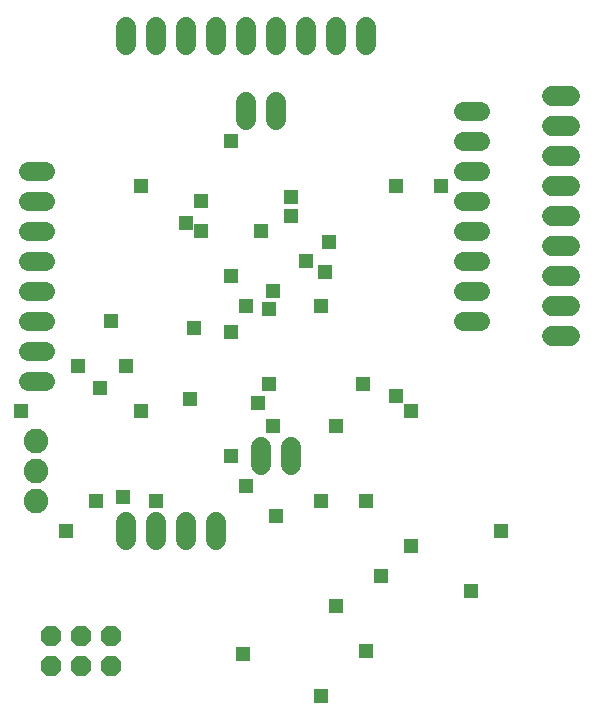
<source format=gbs>
G75*
%MOIN*%
%OFA0B0*%
%FSLAX24Y24*%
%IPPOS*%
%LPD*%
%AMOC8*
5,1,8,0,0,1.08239X$1,22.5*
%
%ADD10C,0.0680*%
%ADD11OC8,0.0690*%
%ADD12C,0.0820*%
%ADD13C,0.0640*%
%ADD14R,0.0476X0.0476*%
D10*
X006640Y008840D02*
X006640Y009440D01*
X007640Y009440D02*
X007640Y008840D01*
X008640Y008840D02*
X008640Y009440D01*
X009640Y009440D02*
X009640Y008840D01*
X011140Y011340D02*
X011140Y011940D01*
X012140Y011940D02*
X012140Y011340D01*
X020840Y015640D02*
X021440Y015640D01*
X021440Y016640D02*
X020840Y016640D01*
X020840Y017640D02*
X021440Y017640D01*
X021440Y018640D02*
X020840Y018640D01*
X020840Y019640D02*
X021440Y019640D01*
X021440Y020640D02*
X020840Y020640D01*
X020840Y021640D02*
X021440Y021640D01*
X021440Y022640D02*
X020840Y022640D01*
X020840Y023640D02*
X021440Y023640D01*
X014640Y025340D02*
X014640Y025940D01*
X013640Y025940D02*
X013640Y025340D01*
X012640Y025340D02*
X012640Y025940D01*
X011640Y025940D02*
X011640Y025340D01*
X010640Y025340D02*
X010640Y025940D01*
X009640Y025940D02*
X009640Y025340D01*
X008640Y025340D02*
X008640Y025940D01*
X007640Y025940D02*
X007640Y025340D01*
X006640Y025340D02*
X006640Y025940D01*
X010640Y023440D02*
X010640Y022840D01*
X011640Y022840D02*
X011640Y023440D01*
D11*
X004140Y004640D03*
X004140Y005640D03*
X005140Y005640D03*
X005140Y004640D03*
X006140Y004640D03*
X006140Y005640D03*
D12*
X003640Y010140D03*
X003640Y011140D03*
X003640Y012140D03*
D13*
X003360Y014140D02*
X003920Y014140D01*
X003920Y015140D02*
X003360Y015140D01*
X003360Y016140D02*
X003920Y016140D01*
X003920Y017140D02*
X003360Y017140D01*
X003360Y018140D02*
X003920Y018140D01*
X003920Y019140D02*
X003360Y019140D01*
X003360Y020140D02*
X003920Y020140D01*
X003920Y021140D02*
X003360Y021140D01*
X017860Y021140D02*
X018420Y021140D01*
X018420Y022140D02*
X017860Y022140D01*
X017860Y023140D02*
X018420Y023140D01*
X018420Y020140D02*
X017860Y020140D01*
X017860Y019140D02*
X018420Y019140D01*
X018420Y018140D02*
X017860Y018140D01*
X017860Y017140D02*
X018420Y017140D01*
X018420Y016140D02*
X017860Y016140D01*
D14*
X015640Y013640D03*
X016140Y013140D03*
X014515Y014015D03*
X013640Y012640D03*
X013140Y010140D03*
X014640Y010140D03*
X016140Y008640D03*
X015140Y007640D03*
X013640Y006640D03*
X014640Y005140D03*
X013140Y003640D03*
X010515Y005015D03*
X011640Y009640D03*
X010640Y010640D03*
X010140Y011640D03*
X011515Y012640D03*
X011015Y013390D03*
X011390Y014015D03*
X010140Y015765D03*
X010640Y016640D03*
X011390Y016515D03*
X011515Y017140D03*
X012640Y018140D03*
X013265Y017765D03*
X013390Y018765D03*
X012140Y019640D03*
X012140Y020265D03*
X011140Y019140D03*
X010140Y017640D03*
X009140Y019140D03*
X008640Y019390D03*
X009140Y020140D03*
X010140Y022140D03*
X007140Y020640D03*
X006140Y016140D03*
X006640Y014640D03*
X005765Y013890D03*
X005015Y014640D03*
X003140Y013140D03*
X005640Y010140D03*
X006515Y010265D03*
X007640Y010140D03*
X007140Y013140D03*
X008765Y013515D03*
X008890Y015890D03*
X013140Y016640D03*
X015640Y020640D03*
X017140Y020640D03*
X019140Y009140D03*
X018140Y007140D03*
X004640Y009140D03*
M02*

</source>
